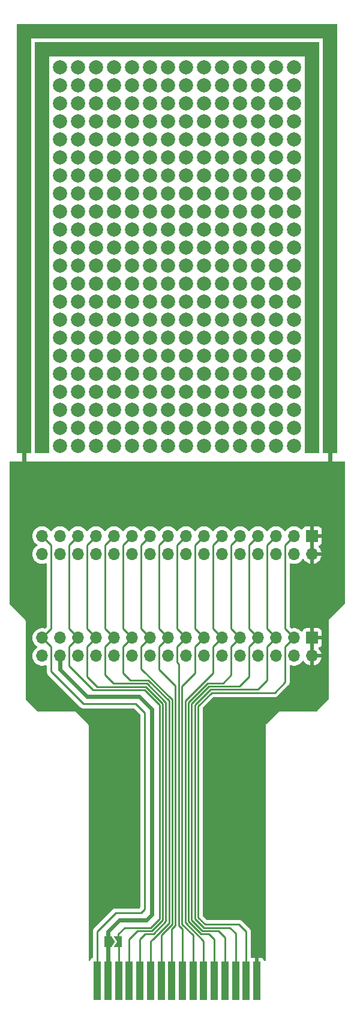
<source format=gbl>
%TF.GenerationSoftware,KiCad,Pcbnew,8.0.3-8.0.3-0~ubuntu24.04.1*%
%TF.CreationDate,2024-06-19T14:37:03-05:00*%
%TF.ProjectId,protopak64,70726f74-6f70-4616-9b36-342e6b696361,rev?*%
%TF.SameCoordinates,Original*%
%TF.FileFunction,Copper,L2,Bot*%
%TF.FilePolarity,Positive*%
%FSLAX46Y46*%
G04 Gerber Fmt 4.6, Leading zero omitted, Abs format (unit mm)*
G04 Created by KiCad (PCBNEW 8.0.3-8.0.3-0~ubuntu24.04.1) date 2024-06-19 14:37:03*
%MOMM*%
%LPD*%
G01*
G04 APERTURE LIST*
G04 Aperture macros list*
%AMFreePoly0*
4,1,6,1.000000,0.000000,0.500000,-0.750000,-0.500000,-0.750000,-0.500000,0.750000,0.500000,0.750000,1.000000,0.000000,1.000000,0.000000,$1*%
%AMFreePoly1*
4,1,6,0.500000,-0.750000,-0.650000,-0.750000,-0.150000,0.000000,-0.650000,0.750000,0.500000,0.750000,0.500000,-0.750000,0.500000,-0.750000,$1*%
G04 Aperture macros list end*
%TA.AperFunction,EtchedComponent*%
%ADD10C,0.000000*%
%TD*%
%TA.AperFunction,ComponentPad*%
%ADD11R,1.700000X1.700000*%
%TD*%
%TA.AperFunction,ComponentPad*%
%ADD12O,1.700000X1.700000*%
%TD*%
%TA.AperFunction,SMDPad,CuDef*%
%ADD13R,1.000000X5.400000*%
%TD*%
%TA.AperFunction,ComponentPad*%
%ADD14R,2.000000X2.000000*%
%TD*%
%TA.AperFunction,ComponentPad*%
%ADD15C,2.000000*%
%TD*%
%TA.AperFunction,SMDPad,CuDef*%
%ADD16FreePoly0,0.000000*%
%TD*%
%TA.AperFunction,SMDPad,CuDef*%
%ADD17FreePoly1,0.000000*%
%TD*%
%TA.AperFunction,ViaPad*%
%ADD18C,0.800000*%
%TD*%
%TA.AperFunction,Conductor*%
%ADD19C,0.600000*%
%TD*%
%TA.AperFunction,Conductor*%
%ADD20C,0.250000*%
%TD*%
G04 APERTURE END LIST*
D10*
%TA.AperFunction,EtchedComponent*%
G36*
X166354000Y-77708000D02*
G01*
X164354000Y-77708000D01*
X164354000Y-19288000D01*
X123174000Y-19288000D01*
X123174000Y-77708000D01*
X121174000Y-77708000D01*
X121174000Y-17288000D01*
X166354000Y-17288000D01*
X166354000Y-77708000D01*
G37*
%TD.AperFunction*%
%TA.AperFunction,EtchedComponent*%
G36*
X163814000Y-77708000D02*
G01*
X161814000Y-77708000D01*
X161814000Y-21828000D01*
X125714000Y-21828000D01*
X125714000Y-77708000D01*
X123714000Y-77708000D01*
X123714000Y-19828000D01*
X163814000Y-19828000D01*
X163814000Y-77708000D01*
G37*
%TD.AperFunction*%
D11*
X162814000Y-89408000D03*
D12*
X162814000Y-91948000D03*
X160274000Y-89408000D03*
X160274000Y-91948000D03*
X157734000Y-89408000D03*
X157734000Y-91948000D03*
X155194000Y-89408000D03*
X155194000Y-91948000D03*
X152654000Y-89408000D03*
X152654000Y-91948000D03*
X150114000Y-89408000D03*
X150114000Y-91948000D03*
X147574000Y-89408000D03*
X147574000Y-91948000D03*
X145034000Y-89408000D03*
X145034000Y-91948000D03*
X142494000Y-89408000D03*
X142494000Y-91948000D03*
X139954000Y-89408000D03*
X139954000Y-91948000D03*
X137414000Y-89408000D03*
X137414000Y-91948000D03*
X134874000Y-89408000D03*
X134874000Y-91948000D03*
X132334000Y-89408000D03*
X132334000Y-91948000D03*
X129794000Y-89408000D03*
X129794000Y-91948000D03*
X127254000Y-89408000D03*
X127254000Y-91948000D03*
X124714000Y-89408000D03*
X124714000Y-91948000D03*
D11*
X162814000Y-103754000D03*
D12*
X162814000Y-106294000D03*
X160274000Y-103754000D03*
X160274000Y-106294000D03*
X157734000Y-103754000D03*
X157734000Y-106294000D03*
X155194000Y-103754000D03*
X155194000Y-106294000D03*
X152654000Y-103754000D03*
X152654000Y-106294000D03*
X150114000Y-103754000D03*
X150114000Y-106294000D03*
X147574000Y-103754000D03*
X147574000Y-106294000D03*
X145034000Y-103754000D03*
X145034000Y-106294000D03*
X142494000Y-103754000D03*
X142494000Y-106294000D03*
X139954000Y-103754000D03*
X139954000Y-106294000D03*
X137414000Y-103754000D03*
X137414000Y-106294000D03*
X134874000Y-103754000D03*
X134874000Y-106294000D03*
X132334000Y-103754000D03*
X132334000Y-106294000D03*
X129794000Y-103754000D03*
X129794000Y-106294000D03*
X127254000Y-103754000D03*
X127254000Y-106294000D03*
X124714000Y-103754000D03*
X124714000Y-106294000D03*
D13*
X155014000Y-152019000D03*
X153514000Y-152019000D03*
X152014000Y-152019000D03*
X150514000Y-152019000D03*
X149014000Y-152019000D03*
X147514000Y-152019000D03*
X146014000Y-152019000D03*
X144514000Y-152019000D03*
X143014000Y-152019000D03*
X141514000Y-152019000D03*
X140014000Y-152019000D03*
X138514000Y-152019000D03*
X137014000Y-152019000D03*
X135514000Y-152019000D03*
X134014000Y-152019000D03*
X132514000Y-152019000D03*
D14*
X122174000Y-18288000D03*
X124714000Y-18288000D03*
X127254000Y-18288000D03*
X129794000Y-18288000D03*
X132334000Y-18288000D03*
X134874000Y-18288000D03*
X137414000Y-18288000D03*
X139954000Y-18288000D03*
X142494000Y-18288000D03*
X145034000Y-18288000D03*
X147574000Y-18288000D03*
X150114000Y-18288000D03*
X152654000Y-18288000D03*
X155194000Y-18288000D03*
X157734000Y-18288000D03*
X160274000Y-18288000D03*
X162814000Y-18288000D03*
X165354000Y-18288000D03*
X122174000Y-20828000D03*
X124714000Y-20828000D03*
X127254000Y-20828000D03*
X129794000Y-20828000D03*
X132334000Y-20828000D03*
X134874000Y-20828000D03*
X137414000Y-20828000D03*
X139954000Y-20828000D03*
X142494000Y-20828000D03*
X145034000Y-20828000D03*
X147574000Y-20828000D03*
X150114000Y-20828000D03*
X152654000Y-20828000D03*
X155194000Y-20828000D03*
X157734000Y-20828000D03*
X160274000Y-20828000D03*
X162814000Y-20828000D03*
X165354000Y-20828000D03*
X122174000Y-23368000D03*
X124714000Y-23368000D03*
D15*
X127254000Y-23368000D03*
X129794000Y-23368000D03*
X132334000Y-23368000D03*
X134874000Y-23368000D03*
X137414000Y-23368000D03*
X139954000Y-23368000D03*
X142494000Y-23368000D03*
X145034000Y-23368000D03*
X147574000Y-23368000D03*
X150114000Y-23368000D03*
X152654000Y-23368000D03*
X155194000Y-23368000D03*
X157734000Y-23368000D03*
X160274000Y-23368000D03*
D14*
X162814000Y-23368000D03*
X165354000Y-23368000D03*
X122174000Y-25908000D03*
X124714000Y-25908000D03*
D15*
X127254000Y-25908000D03*
X129794000Y-25908000D03*
X132334000Y-25908000D03*
X134874000Y-25908000D03*
X137414000Y-25908000D03*
X139954000Y-25908000D03*
X142494000Y-25908000D03*
X145034000Y-25908000D03*
X147574000Y-25908000D03*
X150114000Y-25908000D03*
X152654000Y-25908000D03*
X155194000Y-25908000D03*
X157734000Y-25908000D03*
X160274000Y-25908000D03*
D14*
X162814000Y-25908000D03*
X165354000Y-25908000D03*
X122174000Y-28448000D03*
X124714000Y-28448000D03*
D15*
X127254000Y-28448000D03*
X129794000Y-28448000D03*
X132334000Y-28448000D03*
X134874000Y-28448000D03*
X137414000Y-28448000D03*
X139954000Y-28448000D03*
X142494000Y-28448000D03*
X145034000Y-28448000D03*
X147574000Y-28448000D03*
X150114000Y-28448000D03*
X152654000Y-28448000D03*
X155194000Y-28448000D03*
X157734000Y-28448000D03*
X160274000Y-28448000D03*
D14*
X162814000Y-28448000D03*
X165354000Y-28448000D03*
X122174000Y-30988000D03*
X124714000Y-30988000D03*
D15*
X127254000Y-30988000D03*
X129794000Y-30988000D03*
X132334000Y-30988000D03*
X134874000Y-30988000D03*
X137414000Y-30988000D03*
X139954000Y-30988000D03*
X142494000Y-30988000D03*
X145034000Y-30988000D03*
X147574000Y-30988000D03*
X150114000Y-30988000D03*
X152654000Y-30988000D03*
X155194000Y-30988000D03*
X157734000Y-30988000D03*
X160274000Y-30988000D03*
D14*
X162814000Y-30988000D03*
X165354000Y-30988000D03*
X122174000Y-33528000D03*
X124714000Y-33528000D03*
D15*
X127254000Y-33528000D03*
X129794000Y-33528000D03*
X132334000Y-33528000D03*
X134874000Y-33528000D03*
X137414000Y-33528000D03*
X139954000Y-33528000D03*
X142494000Y-33528000D03*
X145034000Y-33528000D03*
X147574000Y-33528000D03*
X150114000Y-33528000D03*
X152654000Y-33528000D03*
X155194000Y-33528000D03*
X157734000Y-33528000D03*
X160274000Y-33528000D03*
D14*
X162814000Y-33528000D03*
X165354000Y-33528000D03*
X122174000Y-36068000D03*
X124714000Y-36068000D03*
D15*
X127254000Y-36068000D03*
X129794000Y-36068000D03*
X132334000Y-36068000D03*
X134874000Y-36068000D03*
X137414000Y-36068000D03*
X139954000Y-36068000D03*
X142494000Y-36068000D03*
X145034000Y-36068000D03*
X147574000Y-36068000D03*
X150114000Y-36068000D03*
X152654000Y-36068000D03*
X155194000Y-36068000D03*
X157734000Y-36068000D03*
X160274000Y-36068000D03*
D14*
X162814000Y-36068000D03*
X165354000Y-36068000D03*
X122174000Y-38608000D03*
X124714000Y-38608000D03*
D15*
X127254000Y-38608000D03*
X129794000Y-38608000D03*
X132334000Y-38608000D03*
X134874000Y-38608000D03*
X137414000Y-38608000D03*
X139954000Y-38608000D03*
X142494000Y-38608000D03*
X145034000Y-38608000D03*
X147574000Y-38608000D03*
X150114000Y-38608000D03*
X152654000Y-38608000D03*
X155194000Y-38608000D03*
X157734000Y-38608000D03*
X160274000Y-38608000D03*
D14*
X162814000Y-38608000D03*
X165354000Y-38608000D03*
X122174000Y-41148000D03*
X124714000Y-41148000D03*
D15*
X127254000Y-41148000D03*
X129794000Y-41148000D03*
X132334000Y-41148000D03*
X134874000Y-41148000D03*
X137414000Y-41148000D03*
X139954000Y-41148000D03*
X142494000Y-41148000D03*
X145034000Y-41148000D03*
X147574000Y-41148000D03*
X150114000Y-41148000D03*
X152654000Y-41148000D03*
X155194000Y-41148000D03*
X157734000Y-41148000D03*
X160274000Y-41148000D03*
D14*
X162814000Y-41148000D03*
X165354000Y-41148000D03*
X122174000Y-43688000D03*
X124714000Y-43688000D03*
D15*
X127254000Y-43688000D03*
X129794000Y-43688000D03*
X132334000Y-43688000D03*
X134874000Y-43688000D03*
X137414000Y-43688000D03*
X139954000Y-43688000D03*
X142494000Y-43688000D03*
X145034000Y-43688000D03*
X147574000Y-43688000D03*
X150114000Y-43688000D03*
X152654000Y-43688000D03*
X155194000Y-43688000D03*
X157734000Y-43688000D03*
X160274000Y-43688000D03*
D14*
X162814000Y-43688000D03*
X165354000Y-43688000D03*
X122174000Y-46228000D03*
X124714000Y-46228000D03*
D15*
X127254000Y-46228000D03*
X129794000Y-46228000D03*
X132334000Y-46228000D03*
X134874000Y-46228000D03*
X137414000Y-46228000D03*
X139954000Y-46228000D03*
X142494000Y-46228000D03*
X145034000Y-46228000D03*
X147574000Y-46228000D03*
X150114000Y-46228000D03*
X152654000Y-46228000D03*
X155194000Y-46228000D03*
X157734000Y-46228000D03*
X160274000Y-46228000D03*
D14*
X162814000Y-46228000D03*
X165354000Y-46228000D03*
X122174000Y-48768000D03*
X124714000Y-48768000D03*
D15*
X127254000Y-48768000D03*
X129794000Y-48768000D03*
X132334000Y-48768000D03*
X134874000Y-48768000D03*
X137414000Y-48768000D03*
X139954000Y-48768000D03*
X142494000Y-48768000D03*
X145034000Y-48768000D03*
X147574000Y-48768000D03*
X150114000Y-48768000D03*
X152654000Y-48768000D03*
X155194000Y-48768000D03*
X157734000Y-48768000D03*
X160274000Y-48768000D03*
D14*
X162814000Y-48768000D03*
X165354000Y-48768000D03*
X122174000Y-51308000D03*
X124714000Y-51308000D03*
D15*
X127254000Y-51308000D03*
X129794000Y-51308000D03*
X132334000Y-51308000D03*
X134874000Y-51308000D03*
X137414000Y-51308000D03*
X139954000Y-51308000D03*
X142494000Y-51308000D03*
X145034000Y-51308000D03*
X147574000Y-51308000D03*
X150114000Y-51308000D03*
X152654000Y-51308000D03*
X155194000Y-51308000D03*
X157734000Y-51308000D03*
X160274000Y-51308000D03*
D14*
X162814000Y-51308000D03*
X165354000Y-51308000D03*
X122174000Y-53848000D03*
X124714000Y-53848000D03*
D15*
X127254000Y-53848000D03*
X129794000Y-53848000D03*
X132334000Y-53848000D03*
X134874000Y-53848000D03*
X137414000Y-53848000D03*
X139954000Y-53848000D03*
X142494000Y-53848000D03*
X145034000Y-53848000D03*
X147574000Y-53848000D03*
X150114000Y-53848000D03*
X152654000Y-53848000D03*
X155194000Y-53848000D03*
X157734000Y-53848000D03*
X160274000Y-53848000D03*
D14*
X162814000Y-53848000D03*
X165354000Y-53848000D03*
X122174000Y-56388000D03*
X124714000Y-56388000D03*
D15*
X127254000Y-56388000D03*
X129794000Y-56388000D03*
X132334000Y-56388000D03*
X134874000Y-56388000D03*
X137414000Y-56388000D03*
X139954000Y-56388000D03*
X142494000Y-56388000D03*
X145034000Y-56388000D03*
X147574000Y-56388000D03*
X150114000Y-56388000D03*
X152654000Y-56388000D03*
X155194000Y-56388000D03*
X157734000Y-56388000D03*
X160274000Y-56388000D03*
D14*
X162814000Y-56388000D03*
X165354000Y-56388000D03*
X122174000Y-58928000D03*
X124714000Y-58928000D03*
D15*
X127254000Y-58928000D03*
X129794000Y-58928000D03*
X132334000Y-58928000D03*
X134874000Y-58928000D03*
X137414000Y-58928000D03*
X139954000Y-58928000D03*
X142494000Y-58928000D03*
X145034000Y-58928000D03*
X147574000Y-58928000D03*
X150114000Y-58928000D03*
X152654000Y-58928000D03*
X155194000Y-58928000D03*
X157734000Y-58928000D03*
X160274000Y-58928000D03*
D14*
X162814000Y-58928000D03*
X165354000Y-58928000D03*
X122174000Y-61468000D03*
X124714000Y-61468000D03*
D15*
X127254000Y-61468000D03*
X129794000Y-61468000D03*
X132334000Y-61468000D03*
X134874000Y-61468000D03*
X137414000Y-61468000D03*
X139954000Y-61468000D03*
X142494000Y-61468000D03*
X145034000Y-61468000D03*
X147574000Y-61468000D03*
X150114000Y-61468000D03*
X152654000Y-61468000D03*
X155194000Y-61468000D03*
X157734000Y-61468000D03*
X160274000Y-61468000D03*
D14*
X162814000Y-61468000D03*
X165354000Y-61468000D03*
X122174000Y-64008000D03*
X124714000Y-64008000D03*
D15*
X127254000Y-64008000D03*
X129794000Y-64008000D03*
X132334000Y-64008000D03*
X134874000Y-64008000D03*
X137414000Y-64008000D03*
X139954000Y-64008000D03*
X142494000Y-64008000D03*
X145034000Y-64008000D03*
X147574000Y-64008000D03*
X150114000Y-64008000D03*
X152654000Y-64008000D03*
X155194000Y-64008000D03*
X157734000Y-64008000D03*
X160274000Y-64008000D03*
D14*
X162814000Y-64008000D03*
X165354000Y-64008000D03*
X122174000Y-66548000D03*
X124714000Y-66548000D03*
D15*
X127254000Y-66548000D03*
X129794000Y-66548000D03*
X132334000Y-66548000D03*
X134874000Y-66548000D03*
X137414000Y-66548000D03*
X139954000Y-66548000D03*
X142494000Y-66548000D03*
X145034000Y-66548000D03*
X147574000Y-66548000D03*
X150114000Y-66548000D03*
X152654000Y-66548000D03*
X155194000Y-66548000D03*
X157734000Y-66548000D03*
X160274000Y-66548000D03*
D14*
X162814000Y-66548000D03*
X165354000Y-66548000D03*
X122174000Y-69088000D03*
X124714000Y-69088000D03*
D15*
X127254000Y-69088000D03*
X129794000Y-69088000D03*
X132334000Y-69088000D03*
X134874000Y-69088000D03*
X137414000Y-69088000D03*
X139954000Y-69088000D03*
X142494000Y-69088000D03*
X145034000Y-69088000D03*
X147574000Y-69088000D03*
X150114000Y-69088000D03*
X152654000Y-69088000D03*
X155194000Y-69088000D03*
X157734000Y-69088000D03*
X160274000Y-69088000D03*
D14*
X162814000Y-69088000D03*
X165354000Y-69088000D03*
X122174000Y-71628000D03*
X124714000Y-71628000D03*
D15*
X127254000Y-71628000D03*
X129794000Y-71628000D03*
X132334000Y-71628000D03*
X134874000Y-71628000D03*
X137414000Y-71628000D03*
X139954000Y-71628000D03*
X142494000Y-71628000D03*
X145034000Y-71628000D03*
X147574000Y-71628000D03*
X150114000Y-71628000D03*
X152654000Y-71628000D03*
X155194000Y-71628000D03*
X157734000Y-71628000D03*
X160274000Y-71628000D03*
D14*
X162814000Y-71628000D03*
X165354000Y-71628000D03*
X122174000Y-74168000D03*
X124714000Y-74168000D03*
D15*
X127254000Y-74168000D03*
X129794000Y-74168000D03*
X132334000Y-74168000D03*
X134874000Y-74168000D03*
X137414000Y-74168000D03*
X139954000Y-74168000D03*
X142494000Y-74168000D03*
X145034000Y-74168000D03*
X147574000Y-74168000D03*
X150114000Y-74168000D03*
X152654000Y-74168000D03*
X155194000Y-74168000D03*
X157734000Y-74168000D03*
X160274000Y-74168000D03*
D14*
X162814000Y-74168000D03*
X165354000Y-74168000D03*
X122174000Y-76708000D03*
X124714000Y-76708000D03*
D15*
X127254000Y-76708000D03*
X129794000Y-76708000D03*
X132334000Y-76708000D03*
X134874000Y-76708000D03*
X137414000Y-76708000D03*
X139954000Y-76708000D03*
X142494000Y-76708000D03*
X145034000Y-76708000D03*
X147574000Y-76708000D03*
X150114000Y-76708000D03*
X152654000Y-76708000D03*
X155194000Y-76708000D03*
X157734000Y-76708000D03*
X160274000Y-76708000D03*
D14*
X162814000Y-76708000D03*
X165354000Y-76708000D03*
D16*
X134022000Y-146558000D03*
D17*
X135472000Y-146558000D03*
D18*
X155014000Y-148156000D03*
D19*
X122174000Y-76708000D02*
X122174000Y-80010000D01*
X165354000Y-76708000D02*
X165354000Y-80264000D01*
D20*
X157523061Y-111462939D02*
X159004000Y-109982000D01*
X153514000Y-152019000D02*
X153514000Y-145132000D01*
X146715120Y-143128282D02*
X146715120Y-113385188D01*
X146715120Y-113385188D02*
X148637369Y-111462939D01*
X160274000Y-103754000D02*
X159004000Y-102484000D01*
X148637369Y-111462939D02*
X157523061Y-111462939D01*
X147711758Y-144124920D02*
X146715120Y-143128282D01*
X152506920Y-144124920D02*
X147711758Y-144124920D01*
X159004000Y-109982000D02*
X159004000Y-105024000D01*
X159004000Y-90678000D02*
X160274000Y-89408000D01*
X153514000Y-145132000D02*
X152506920Y-144124920D01*
X159004000Y-102484000D02*
X159004000Y-90678000D01*
X159004000Y-105024000D02*
X160274000Y-103754000D01*
X146265600Y-143314480D02*
X146265600Y-113198990D01*
X152014000Y-152019000D02*
X152014000Y-145410000D01*
X156464000Y-109728000D02*
X156464000Y-105024000D01*
X146265600Y-113198990D02*
X148451171Y-111013419D01*
X148451171Y-111013419D02*
X155178581Y-111013419D01*
X151178440Y-144574440D02*
X147525560Y-144574440D01*
X156464000Y-105024000D02*
X157734000Y-103754000D01*
X152014000Y-145410000D02*
X151178440Y-144574440D01*
X147525560Y-144574440D02*
X146265600Y-143314480D01*
X156464000Y-90678000D02*
X157734000Y-89408000D01*
X157734000Y-103754000D02*
X156464000Y-102484000D01*
X155178581Y-111013419D02*
X156464000Y-109728000D01*
X156464000Y-102484000D02*
X156464000Y-90678000D01*
X145816080Y-113012792D02*
X148264973Y-110563899D01*
X153924000Y-90678000D02*
X155194000Y-89408000D01*
X152580101Y-110563899D02*
X153924000Y-109220000D01*
X147339362Y-145023960D02*
X145816080Y-143500678D01*
X153924000Y-102484000D02*
X153924000Y-90678000D01*
X153924000Y-105024000D02*
X155194000Y-103754000D01*
X150514000Y-152019000D02*
X150514000Y-145942000D01*
X153924000Y-109220000D02*
X153924000Y-105024000D01*
X155194000Y-103754000D02*
X153924000Y-102484000D01*
X150514000Y-145942000D02*
X149595960Y-145023960D01*
X148264973Y-110563899D02*
X152580101Y-110563899D01*
X149595960Y-145023960D02*
X147339362Y-145023960D01*
X145816080Y-143500678D02*
X145816080Y-113012792D01*
X145366560Y-112826594D02*
X148078775Y-110114379D01*
X151384000Y-105024000D02*
X152654000Y-103754000D01*
X151384000Y-90678000D02*
X152654000Y-89408000D01*
X149014000Y-146220000D02*
X148267480Y-145473480D01*
X152654000Y-103754000D02*
X151384000Y-102484000D01*
X151384000Y-108966000D02*
X151384000Y-105024000D01*
X145366560Y-143686875D02*
X145366560Y-112826594D01*
X147153165Y-145473480D02*
X145366560Y-143686875D01*
X150235621Y-110114379D02*
X151384000Y-108966000D01*
X149014000Y-152019000D02*
X149014000Y-146220000D01*
X148267480Y-145473480D02*
X147153165Y-145473480D01*
X151384000Y-102484000D02*
X151384000Y-90678000D01*
X148078775Y-110114379D02*
X150235621Y-110114379D01*
X148844000Y-108713436D02*
X148844000Y-105024000D01*
X148844000Y-105024000D02*
X150114000Y-103754000D01*
X148844000Y-90678000D02*
X150114000Y-89408000D01*
X144917040Y-143873073D02*
X144917040Y-112640396D01*
X148844000Y-102484000D02*
X148844000Y-90678000D01*
X150114000Y-103754000D02*
X148844000Y-102484000D01*
X147514000Y-152019000D02*
X147514000Y-146470033D01*
X147514000Y-146470033D02*
X144917040Y-143873073D01*
X144917040Y-112640396D02*
X148844000Y-108713436D01*
X146304000Y-108712000D02*
X146304000Y-105024000D01*
X146304000Y-90678000D02*
X147574000Y-89408000D01*
X146014000Y-152019000D02*
X146014000Y-145605751D01*
X147574000Y-103754000D02*
X146304000Y-102484000D01*
X146304000Y-105024000D02*
X147574000Y-103754000D01*
X146304000Y-102484000D02*
X146304000Y-90678000D01*
X146014000Y-145605751D02*
X144467520Y-144059271D01*
X144467520Y-110548480D02*
X146304000Y-108712000D01*
X144467520Y-144059271D02*
X144467520Y-110548480D01*
X144018000Y-144245469D02*
X144018000Y-107442000D01*
X144514000Y-144741469D02*
X144018000Y-144245469D01*
X143764000Y-105024000D02*
X145034000Y-103754000D01*
X143764000Y-90678000D02*
X145034000Y-89408000D01*
X144514000Y-152019000D02*
X144514000Y-144741469D01*
X144018000Y-107442000D02*
X143764000Y-107188000D01*
X143764000Y-107188000D02*
X143764000Y-105024000D01*
X143764000Y-102484000D02*
X143764000Y-90678000D01*
X145034000Y-103754000D02*
X143764000Y-102484000D01*
X143510000Y-144276308D02*
X143510000Y-110490000D01*
X141224000Y-102484000D02*
X141224000Y-90678000D01*
X143014000Y-152019000D02*
X143014000Y-144772308D01*
X141224000Y-90678000D02*
X142494000Y-89408000D01*
X143510000Y-110490000D02*
X141224000Y-108204000D01*
X141224000Y-108204000D02*
X141224000Y-105024000D01*
X142494000Y-103754000D02*
X141224000Y-102484000D01*
X143014000Y-144772308D02*
X143510000Y-144276308D01*
X141224000Y-105024000D02*
X142494000Y-103754000D01*
X143060480Y-112454198D02*
X143060480Y-144090110D01*
X138684000Y-102484000D02*
X138684000Y-90678000D01*
X138684000Y-90678000D02*
X139954000Y-89408000D01*
X138684000Y-108077718D02*
X143060480Y-112454198D01*
X143060480Y-144090110D02*
X141514000Y-145636590D01*
X139954000Y-103754000D02*
X138684000Y-102484000D01*
X141514000Y-145636590D02*
X141514000Y-152019000D01*
X139954000Y-103754000D02*
X138684000Y-105024000D01*
X138684000Y-105024000D02*
X138684000Y-108077718D01*
X142610960Y-143903912D02*
X142610960Y-112640396D01*
X142610960Y-112640396D02*
X139698564Y-109728000D01*
X136144000Y-90678000D02*
X137414000Y-89408000D01*
X140335000Y-146177000D02*
X140337872Y-146177000D01*
X136144000Y-108712000D02*
X136144000Y-105024000D01*
X136144000Y-102484000D02*
X136144000Y-90678000D01*
X140014000Y-152019000D02*
X140014000Y-146498000D01*
X137414000Y-103754000D02*
X136144000Y-102484000D01*
X140337872Y-146177000D02*
X142610960Y-143903912D01*
X139698564Y-109728000D02*
X137160000Y-109728000D01*
X137160000Y-109728000D02*
X136144000Y-108712000D01*
X140014000Y-146498000D02*
X140335000Y-146177000D01*
X136144000Y-105024000D02*
X137414000Y-103754000D01*
X133604000Y-108966000D02*
X133604000Y-105024000D01*
X133604000Y-90678000D02*
X134874000Y-89408000D01*
X133604000Y-105024000D02*
X134874000Y-103754000D01*
X139261237Y-145472763D02*
X140406391Y-145472763D01*
X139512366Y-110177520D02*
X134815520Y-110177520D01*
X142161440Y-143717714D02*
X142161440Y-112826594D01*
X134874000Y-103754000D02*
X133604000Y-102484000D01*
X138514000Y-152019000D02*
X138514000Y-146220000D01*
X140406391Y-145472763D02*
X142161440Y-143717714D01*
X133604000Y-102484000D02*
X133604000Y-90678000D01*
X138514000Y-146220000D02*
X139261237Y-145472763D01*
X142161440Y-112826594D02*
X139512366Y-110177520D01*
X134815520Y-110177520D02*
X133604000Y-108966000D01*
X131064000Y-109220000D02*
X131064000Y-105024000D01*
X137014000Y-146196000D02*
X138186757Y-145023243D01*
X131064000Y-105024000D02*
X132334000Y-103754000D01*
X137014000Y-152019000D02*
X137014000Y-146196000D01*
X140220193Y-145023243D02*
X141711920Y-143531516D01*
X141711920Y-143531516D02*
X141711920Y-113012792D01*
X131064000Y-90678000D02*
X132334000Y-89408000D01*
X131064000Y-102484000D02*
X131064000Y-90678000D01*
X141711920Y-113012792D02*
X139326168Y-110627040D01*
X132334000Y-103754000D02*
X131064000Y-102484000D01*
X139326168Y-110627040D02*
X132471040Y-110627040D01*
X138186757Y-145023243D02*
X140220193Y-145023243D01*
X132471040Y-110627040D02*
X131064000Y-109220000D01*
X135514000Y-152019000D02*
X135514000Y-146600000D01*
X135514000Y-146600000D02*
X135472000Y-146558000D01*
X141262400Y-143345318D02*
X141262400Y-113198990D01*
X140033995Y-144573723D02*
X141262400Y-143345318D01*
X141262400Y-113198990D02*
X139139970Y-111076560D01*
X135472000Y-145452000D02*
X136350277Y-144573723D01*
X128524000Y-107696000D02*
X128524000Y-105024000D01*
X129794000Y-103754000D02*
X128524000Y-102484000D01*
X128524000Y-90678000D02*
X129794000Y-89408000D01*
X139139970Y-111076560D02*
X131904560Y-111076560D01*
X135472000Y-146558000D02*
X135472000Y-145452000D01*
X128524000Y-102484000D02*
X128524000Y-90678000D01*
X136350277Y-144573723D02*
X140033995Y-144573723D01*
X131904560Y-111076560D02*
X128524000Y-107696000D01*
X128524000Y-105024000D02*
X129794000Y-103754000D01*
D19*
X127254000Y-108204000D02*
X127254000Y-106294000D01*
X138430000Y-112014000D02*
X131064000Y-112014000D01*
X140208000Y-142748000D02*
X140208000Y-113792000D01*
X135636000Y-143510000D02*
X139446000Y-143510000D01*
X131064000Y-112014000D02*
X127254000Y-108204000D01*
X134014000Y-146566000D02*
X134022000Y-146558000D01*
X134014000Y-152019000D02*
X134014000Y-146566000D01*
X139446000Y-143510000D02*
X140208000Y-142748000D01*
X134022000Y-145124000D02*
X135636000Y-143510000D01*
X140208000Y-113792000D02*
X138430000Y-112014000D01*
X134022000Y-146558000D02*
X134022000Y-145124000D01*
D20*
X125984000Y-90678000D02*
X124714000Y-89408000D01*
X135128000Y-142494000D02*
X138684000Y-142494000D01*
X139192000Y-114300000D02*
X137922000Y-113030000D01*
X125984000Y-102484000D02*
X125984000Y-90678000D01*
X132514000Y-152019000D02*
X132514000Y-145108000D01*
X124714000Y-103754000D02*
X125984000Y-102484000D01*
X138684000Y-142494000D02*
X139192000Y-141986000D01*
X132514000Y-145108000D02*
X135128000Y-142494000D01*
X137922000Y-113030000D02*
X130556000Y-113030000D01*
X130556000Y-113030000D02*
X125984000Y-108458000D01*
X125984000Y-105024000D02*
X124714000Y-103754000D01*
X139192000Y-141986000D02*
X139192000Y-114300000D01*
X125984000Y-108458000D02*
X125984000Y-105024000D01*
%TA.AperFunction,Conductor*%
G36*
X167381621Y-78887002D02*
G01*
X167428114Y-78940658D01*
X167439500Y-78993000D01*
X167439500Y-98924760D01*
X167419498Y-98992881D01*
X167402595Y-99013855D01*
X165240426Y-101176024D01*
X165212225Y-101204225D01*
X165184024Y-101232425D01*
X165184023Y-101232426D01*
X165153500Y-101306117D01*
X165153500Y-112386760D01*
X165133498Y-112454881D01*
X165116595Y-112475855D01*
X163529855Y-114062595D01*
X163467543Y-114096621D01*
X163440760Y-114099500D01*
X158202118Y-114099500D01*
X158128426Y-114130023D01*
X158128422Y-114130026D01*
X156350426Y-115908024D01*
X156322225Y-115936225D01*
X156294024Y-115964425D01*
X156294023Y-115964426D01*
X156263500Y-116038117D01*
X156263500Y-149178316D01*
X156243498Y-149246437D01*
X156189842Y-149292930D01*
X156119568Y-149303034D01*
X156054988Y-149273540D01*
X156018724Y-149217113D01*
X156018249Y-149217291D01*
X156017433Y-149215104D01*
X156016604Y-149213814D01*
X156015751Y-149210594D01*
X155964444Y-149073035D01*
X155964444Y-149073034D01*
X155876904Y-148956095D01*
X155759965Y-148868555D01*
X155623093Y-148817505D01*
X155562597Y-148811000D01*
X155268000Y-148811000D01*
X155268000Y-149352000D01*
X154760000Y-149352000D01*
X154760000Y-148811000D01*
X154465402Y-148811000D01*
X154404905Y-148817505D01*
X154317532Y-148850094D01*
X154246716Y-148855158D01*
X154184404Y-148821133D01*
X154150379Y-148758821D01*
X154147500Y-148732038D01*
X154147500Y-145069607D01*
X154147499Y-145069603D01*
X154142726Y-145045606D01*
X154123155Y-144947215D01*
X154075400Y-144831925D01*
X154006071Y-144728167D01*
X153917833Y-144639929D01*
X152910753Y-143632849D01*
X152806995Y-143563520D01*
X152691705Y-143515765D01*
X152618006Y-143501105D01*
X152569316Y-143491420D01*
X152569314Y-143491420D01*
X148026352Y-143491420D01*
X147958231Y-143471418D01*
X147937257Y-143454515D01*
X147385525Y-142902783D01*
X147351499Y-142840471D01*
X147348620Y-142813688D01*
X147348620Y-113699782D01*
X147368622Y-113631661D01*
X147385525Y-113610687D01*
X148862869Y-112133344D01*
X148925181Y-112099318D01*
X148951964Y-112096439D01*
X157585454Y-112096439D01*
X157585455Y-112096439D01*
X157707846Y-112072094D01*
X157823136Y-112024339D01*
X157926894Y-111955010D01*
X159496071Y-110385833D01*
X159565400Y-110282075D01*
X159613155Y-110166785D01*
X159637500Y-110044394D01*
X159637500Y-109919606D01*
X159637500Y-107688287D01*
X159657502Y-107620166D01*
X159711158Y-107573673D01*
X159781432Y-107563569D01*
X159804406Y-107569112D01*
X159939365Y-107615444D01*
X160161431Y-107652500D01*
X160161435Y-107652500D01*
X160386565Y-107652500D01*
X160386569Y-107652500D01*
X160608635Y-107615444D01*
X160821574Y-107542342D01*
X161019576Y-107435189D01*
X161197240Y-107296906D01*
X161349722Y-107131268D01*
X161438816Y-106994898D01*
X161492819Y-106948810D01*
X161563167Y-106939235D01*
X161627524Y-106969212D01*
X161649782Y-106994898D01*
X161738674Y-107130958D01*
X161891097Y-107296534D01*
X162068698Y-107434767D01*
X162068699Y-107434768D01*
X162266628Y-107541882D01*
X162266630Y-107541883D01*
X162479483Y-107614955D01*
X162479492Y-107614957D01*
X162560000Y-107628391D01*
X162560000Y-106724702D01*
X162621007Y-106759925D01*
X162748174Y-106794000D01*
X162879826Y-106794000D01*
X163006993Y-106759925D01*
X163068000Y-106724702D01*
X163068000Y-107628390D01*
X163148507Y-107614957D01*
X163148516Y-107614955D01*
X163361369Y-107541883D01*
X163361371Y-107541882D01*
X163559300Y-107434768D01*
X163559301Y-107434767D01*
X163736902Y-107296534D01*
X163889325Y-107130958D01*
X164012419Y-106942548D01*
X164102820Y-106736456D01*
X164102823Y-106736449D01*
X164150544Y-106548000D01*
X163244703Y-106548000D01*
X163279925Y-106486993D01*
X163314000Y-106359826D01*
X163314000Y-106228174D01*
X163279925Y-106101007D01*
X163244703Y-106040000D01*
X164150544Y-106040000D01*
X164150544Y-106039999D01*
X164102823Y-105851550D01*
X164102820Y-105851543D01*
X164012419Y-105645451D01*
X163889325Y-105457041D01*
X163745652Y-105300969D01*
X163714232Y-105237304D01*
X163722219Y-105166758D01*
X163767079Y-105111729D01*
X163794322Y-105097576D01*
X163909965Y-105054444D01*
X164026904Y-104966904D01*
X164114444Y-104849965D01*
X164114444Y-104849964D01*
X164165494Y-104713093D01*
X164171999Y-104652597D01*
X164172000Y-104652585D01*
X164172000Y-104008000D01*
X163244703Y-104008000D01*
X163279925Y-103946993D01*
X163314000Y-103819826D01*
X163314000Y-103688174D01*
X163279925Y-103561007D01*
X163244703Y-103500000D01*
X164172000Y-103500000D01*
X164172000Y-102855414D01*
X164171999Y-102855402D01*
X164165494Y-102794906D01*
X164114444Y-102658035D01*
X164114444Y-102658034D01*
X164026904Y-102541095D01*
X163909965Y-102453555D01*
X163773093Y-102402505D01*
X163712597Y-102396000D01*
X163068000Y-102396000D01*
X163068000Y-103323297D01*
X163006993Y-103288075D01*
X162879826Y-103254000D01*
X162748174Y-103254000D01*
X162621007Y-103288075D01*
X162560000Y-103323297D01*
X162560000Y-102396000D01*
X161915402Y-102396000D01*
X161854906Y-102402505D01*
X161718035Y-102453555D01*
X161718034Y-102453555D01*
X161601095Y-102541095D01*
X161513555Y-102658034D01*
X161513553Y-102658039D01*
X161469380Y-102776470D01*
X161426833Y-102833306D01*
X161360313Y-102858116D01*
X161290939Y-102843024D01*
X161258626Y-102817777D01*
X161197240Y-102751094D01*
X161197239Y-102751093D01*
X161197237Y-102751091D01*
X161077679Y-102658035D01*
X161019576Y-102612811D01*
X160821574Y-102505658D01*
X160821572Y-102505657D01*
X160821571Y-102505656D01*
X160608639Y-102432557D01*
X160608630Y-102432555D01*
X160564476Y-102425187D01*
X160386569Y-102395500D01*
X160161431Y-102395500D01*
X160034664Y-102416653D01*
X159939356Y-102432557D01*
X159936227Y-102433350D01*
X159934905Y-102433300D01*
X159934224Y-102433414D01*
X159934200Y-102433273D01*
X159865281Y-102430681D01*
X159816204Y-102400300D01*
X159674405Y-102258501D01*
X159640379Y-102196189D01*
X159637500Y-102169406D01*
X159637500Y-93342287D01*
X159657502Y-93274166D01*
X159711158Y-93227673D01*
X159781432Y-93217569D01*
X159804406Y-93223112D01*
X159939365Y-93269444D01*
X160161431Y-93306500D01*
X160161435Y-93306500D01*
X160386565Y-93306500D01*
X160386569Y-93306500D01*
X160608635Y-93269444D01*
X160821574Y-93196342D01*
X161019576Y-93089189D01*
X161197240Y-92950906D01*
X161349722Y-92785268D01*
X161438816Y-92648898D01*
X161492819Y-92602810D01*
X161563167Y-92593235D01*
X161627524Y-92623212D01*
X161649782Y-92648898D01*
X161738674Y-92784958D01*
X161891097Y-92950534D01*
X162068698Y-93088767D01*
X162068699Y-93088768D01*
X162266628Y-93195882D01*
X162266630Y-93195883D01*
X162479483Y-93268955D01*
X162479492Y-93268957D01*
X162560000Y-93282391D01*
X162560000Y-92378702D01*
X162621007Y-92413925D01*
X162748174Y-92448000D01*
X162879826Y-92448000D01*
X163006993Y-92413925D01*
X163068000Y-92378702D01*
X163068000Y-93282390D01*
X163148507Y-93268957D01*
X163148516Y-93268955D01*
X163361369Y-93195883D01*
X163361371Y-93195882D01*
X163559300Y-93088768D01*
X163559301Y-93088767D01*
X163736902Y-92950534D01*
X163889325Y-92784958D01*
X164012419Y-92596548D01*
X164102820Y-92390456D01*
X164102823Y-92390449D01*
X164150544Y-92202000D01*
X163244703Y-92202000D01*
X163279925Y-92140993D01*
X163314000Y-92013826D01*
X163314000Y-91882174D01*
X163279925Y-91755007D01*
X163244703Y-91694000D01*
X164150544Y-91694000D01*
X164150544Y-91693999D01*
X164102823Y-91505550D01*
X164102820Y-91505543D01*
X164012419Y-91299451D01*
X163889325Y-91111041D01*
X163745652Y-90954969D01*
X163714232Y-90891304D01*
X163722219Y-90820758D01*
X163767079Y-90765729D01*
X163794322Y-90751576D01*
X163909965Y-90708444D01*
X164026904Y-90620904D01*
X164114444Y-90503965D01*
X164114444Y-90503964D01*
X164165494Y-90367093D01*
X164171999Y-90306597D01*
X164172000Y-90306585D01*
X164172000Y-89662000D01*
X163244703Y-89662000D01*
X163279925Y-89600993D01*
X163314000Y-89473826D01*
X163314000Y-89342174D01*
X163279925Y-89215007D01*
X163244703Y-89154000D01*
X164172000Y-89154000D01*
X164172000Y-88509414D01*
X164171999Y-88509402D01*
X164165494Y-88448906D01*
X164114444Y-88312035D01*
X164114444Y-88312034D01*
X164026904Y-88195095D01*
X163909965Y-88107555D01*
X163773093Y-88056505D01*
X163712597Y-88050000D01*
X163068000Y-88050000D01*
X163068000Y-88977297D01*
X163006993Y-88942075D01*
X162879826Y-88908000D01*
X162748174Y-88908000D01*
X162621007Y-88942075D01*
X162560000Y-88977297D01*
X162560000Y-88050000D01*
X161915402Y-88050000D01*
X161854906Y-88056505D01*
X161718035Y-88107555D01*
X161718034Y-88107555D01*
X161601095Y-88195095D01*
X161513555Y-88312034D01*
X161513553Y-88312039D01*
X161469380Y-88430470D01*
X161426833Y-88487306D01*
X161360313Y-88512116D01*
X161290939Y-88497024D01*
X161258626Y-88471777D01*
X161197240Y-88405094D01*
X161197239Y-88405093D01*
X161197237Y-88405091D01*
X161077679Y-88312035D01*
X161019576Y-88266811D01*
X160821574Y-88159658D01*
X160821572Y-88159657D01*
X160821571Y-88159656D01*
X160608639Y-88086557D01*
X160608630Y-88086555D01*
X160564476Y-88079187D01*
X160386569Y-88049500D01*
X160161431Y-88049500D01*
X160013211Y-88074233D01*
X159939369Y-88086555D01*
X159939360Y-88086557D01*
X159726428Y-88159656D01*
X159726426Y-88159658D01*
X159528426Y-88266810D01*
X159528424Y-88266811D01*
X159350762Y-88405091D01*
X159198279Y-88570729D01*
X159109483Y-88706643D01*
X159055479Y-88752731D01*
X158985131Y-88762306D01*
X158920774Y-88732329D01*
X158898517Y-88706643D01*
X158809720Y-88570729D01*
X158657237Y-88405091D01*
X158537679Y-88312035D01*
X158479576Y-88266811D01*
X158281574Y-88159658D01*
X158281572Y-88159657D01*
X158281571Y-88159656D01*
X158068639Y-88086557D01*
X158068630Y-88086555D01*
X158024476Y-88079187D01*
X157846569Y-88049500D01*
X157621431Y-88049500D01*
X157473211Y-88074233D01*
X157399369Y-88086555D01*
X157399360Y-88086557D01*
X157186428Y-88159656D01*
X157186426Y-88159658D01*
X156988426Y-88266810D01*
X156988424Y-88266811D01*
X156810762Y-88405091D01*
X156658279Y-88570729D01*
X156569483Y-88706643D01*
X156515479Y-88752731D01*
X156445131Y-88762306D01*
X156380774Y-88732329D01*
X156358517Y-88706643D01*
X156269720Y-88570729D01*
X156117237Y-88405091D01*
X155997679Y-88312035D01*
X155939576Y-88266811D01*
X155741574Y-88159658D01*
X155741572Y-88159657D01*
X155741571Y-88159656D01*
X155528639Y-88086557D01*
X155528630Y-88086555D01*
X155484476Y-88079187D01*
X155306569Y-88049500D01*
X155081431Y-88049500D01*
X154933211Y-88074233D01*
X154859369Y-88086555D01*
X154859360Y-88086557D01*
X154646428Y-88159656D01*
X154646426Y-88159658D01*
X154448426Y-88266810D01*
X154448424Y-88266811D01*
X154270762Y-88405091D01*
X154118279Y-88570729D01*
X154029483Y-88706643D01*
X153975479Y-88752731D01*
X153905131Y-88762306D01*
X153840774Y-88732329D01*
X153818517Y-88706643D01*
X153729720Y-88570729D01*
X153577237Y-88405091D01*
X153457679Y-88312035D01*
X153399576Y-88266811D01*
X153201574Y-88159658D01*
X153201572Y-88159657D01*
X153201571Y-88159656D01*
X152988639Y-88086557D01*
X152988630Y-88086555D01*
X152944476Y-88079187D01*
X152766569Y-88049500D01*
X152541431Y-88049500D01*
X152393211Y-88074233D01*
X152319369Y-88086555D01*
X152319360Y-88086557D01*
X152106428Y-88159656D01*
X152106426Y-88159658D01*
X151908426Y-88266810D01*
X151908424Y-88266811D01*
X151730762Y-88405091D01*
X151578279Y-88570729D01*
X151489483Y-88706643D01*
X151435479Y-88752731D01*
X151365131Y-88762306D01*
X151300774Y-88732329D01*
X151278517Y-88706643D01*
X151189720Y-88570729D01*
X151037237Y-88405091D01*
X150917679Y-88312035D01*
X150859576Y-88266811D01*
X150661574Y-88159658D01*
X150661572Y-88159657D01*
X150661571Y-88159656D01*
X150448639Y-88086557D01*
X150448630Y-88086555D01*
X150404476Y-88079187D01*
X150226569Y-88049500D01*
X150001431Y-88049500D01*
X149853211Y-88074233D01*
X149779369Y-88086555D01*
X149779360Y-88086557D01*
X149566428Y-88159656D01*
X149566426Y-88159658D01*
X149368426Y-88266810D01*
X149368424Y-88266811D01*
X149190762Y-88405091D01*
X149038279Y-88570729D01*
X148949483Y-88706643D01*
X148895479Y-88752731D01*
X148825131Y-88762306D01*
X148760774Y-88732329D01*
X148738517Y-88706643D01*
X148649720Y-88570729D01*
X148497237Y-88405091D01*
X148377679Y-88312035D01*
X148319576Y-88266811D01*
X148121574Y-88159658D01*
X148121572Y-88159657D01*
X148121571Y-88159656D01*
X147908639Y-88086557D01*
X147908630Y-88086555D01*
X147864476Y-88079187D01*
X147686569Y-88049500D01*
X147461431Y-88049500D01*
X147313211Y-88074233D01*
X147239369Y-88086555D01*
X147239360Y-88086557D01*
X147026428Y-88159656D01*
X147026426Y-88159658D01*
X146828426Y-88266810D01*
X146828424Y-88266811D01*
X146650762Y-88405091D01*
X146498279Y-88570729D01*
X146409483Y-88706643D01*
X146355479Y-88752731D01*
X146285131Y-88762306D01*
X146220774Y-88732329D01*
X146198517Y-88706643D01*
X146109720Y-88570729D01*
X145957237Y-88405091D01*
X145837679Y-88312035D01*
X145779576Y-88266811D01*
X145581574Y-88159658D01*
X145581572Y-88159657D01*
X145581571Y-88159656D01*
X145368639Y-88086557D01*
X145368630Y-88086555D01*
X145324476Y-88079187D01*
X145146569Y-88049500D01*
X144921431Y-88049500D01*
X144773211Y-88074233D01*
X144699369Y-88086555D01*
X144699360Y-88086557D01*
X144486428Y-88159656D01*
X144486426Y-88159658D01*
X144288426Y-88266810D01*
X144288424Y-88266811D01*
X144110762Y-88405091D01*
X143958279Y-88570729D01*
X143869483Y-88706643D01*
X143815479Y-88752731D01*
X143745131Y-88762306D01*
X143680774Y-88732329D01*
X143658517Y-88706643D01*
X143569720Y-88570729D01*
X143417237Y-88405091D01*
X143297679Y-88312035D01*
X143239576Y-88266811D01*
X143041574Y-88159658D01*
X143041572Y-88159657D01*
X143041571Y-88159656D01*
X142828639Y-88086557D01*
X142828630Y-88086555D01*
X142784476Y-88079187D01*
X142606569Y-88049500D01*
X142381431Y-88049500D01*
X142233211Y-88074233D01*
X142159369Y-88086555D01*
X142159360Y-88086557D01*
X141946428Y-88159656D01*
X141946426Y-88159658D01*
X141748426Y-88266810D01*
X141748424Y-88266811D01*
X141570762Y-88405091D01*
X141418279Y-88570729D01*
X141329483Y-88706643D01*
X141275479Y-88752731D01*
X141205131Y-88762306D01*
X141140774Y-88732329D01*
X141118517Y-88706643D01*
X141029720Y-88570729D01*
X140877237Y-88405091D01*
X140757679Y-88312035D01*
X140699576Y-88266811D01*
X140501574Y-88159658D01*
X140501572Y-88159657D01*
X140501571Y-88159656D01*
X140288639Y-88086557D01*
X140288630Y-88086555D01*
X140244476Y-88079187D01*
X140066569Y-88049500D01*
X139841431Y-88049500D01*
X139693211Y-88074233D01*
X139619369Y-88086555D01*
X139619360Y-88086557D01*
X139406428Y-88159656D01*
X139406426Y-88159658D01*
X139208426Y-88266810D01*
X139208424Y-88266811D01*
X139030762Y-88405091D01*
X138878279Y-88570729D01*
X138789483Y-88706643D01*
X138735479Y-88752731D01*
X138665131Y-88762306D01*
X138600774Y-88732329D01*
X138578517Y-88706643D01*
X138489720Y-88570729D01*
X138337237Y-88405091D01*
X138217679Y-88312035D01*
X138159576Y-88266811D01*
X137961574Y-88159658D01*
X137961572Y-88159657D01*
X137961571Y-88159656D01*
X137748639Y-88086557D01*
X137748630Y-88086555D01*
X137704476Y-88079187D01*
X137526569Y-88049500D01*
X137301431Y-88049500D01*
X137153211Y-88074233D01*
X137079369Y-88086555D01*
X137079360Y-88086557D01*
X136866428Y-88159656D01*
X136866426Y-88159658D01*
X136668426Y-88266810D01*
X136668424Y-88266811D01*
X136490762Y-88405091D01*
X136338279Y-88570729D01*
X136249483Y-88706643D01*
X136195479Y-88752731D01*
X136125131Y-88762306D01*
X136060774Y-88732329D01*
X136038517Y-88706643D01*
X135949720Y-88570729D01*
X135797237Y-88405091D01*
X135677679Y-88312035D01*
X135619576Y-88266811D01*
X135421574Y-88159658D01*
X135421572Y-88159657D01*
X135421571Y-88159656D01*
X135208639Y-88086557D01*
X135208630Y-88086555D01*
X135164476Y-88079187D01*
X134986569Y-88049500D01*
X134761431Y-88049500D01*
X134613211Y-88074233D01*
X134539369Y-88086555D01*
X134539360Y-88086557D01*
X134326428Y-88159656D01*
X134326426Y-88159658D01*
X134128426Y-88266810D01*
X134128424Y-88266811D01*
X133950762Y-88405091D01*
X133798279Y-88570729D01*
X133709483Y-88706643D01*
X133655479Y-88752731D01*
X133585131Y-88762306D01*
X133520774Y-88732329D01*
X133498517Y-88706643D01*
X133409720Y-88570729D01*
X133257237Y-88405091D01*
X133137679Y-88312035D01*
X133079576Y-88266811D01*
X132881574Y-88159658D01*
X132881572Y-88159657D01*
X132881571Y-88159656D01*
X132668639Y-88086557D01*
X132668630Y-88086555D01*
X132624476Y-88079187D01*
X132446569Y-88049500D01*
X132221431Y-88049500D01*
X132073211Y-88074233D01*
X131999369Y-88086555D01*
X131999360Y-88086557D01*
X131786428Y-88159656D01*
X131786426Y-88159658D01*
X131588426Y-88266810D01*
X131588424Y-88266811D01*
X131410762Y-88405091D01*
X131258279Y-88570729D01*
X131169483Y-88706643D01*
X131115479Y-88752731D01*
X131045131Y-88762306D01*
X130980774Y-88732329D01*
X130958517Y-88706643D01*
X130869720Y-88570729D01*
X130717237Y-88405091D01*
X130597679Y-88312035D01*
X130539576Y-88266811D01*
X130341574Y-88159658D01*
X130341572Y-88159657D01*
X130341571Y-88159656D01*
X130128639Y-88086557D01*
X130128630Y-88086555D01*
X130084476Y-88079187D01*
X129906569Y-88049500D01*
X129681431Y-88049500D01*
X129533211Y-88074233D01*
X129459369Y-88086555D01*
X129459360Y-88086557D01*
X129246428Y-88159656D01*
X129246426Y-88159658D01*
X129048426Y-88266810D01*
X129048424Y-88266811D01*
X128870762Y-88405091D01*
X128718279Y-88570729D01*
X128629483Y-88706643D01*
X128575479Y-88752731D01*
X128505131Y-88762306D01*
X128440774Y-88732329D01*
X128418517Y-88706643D01*
X128329720Y-88570729D01*
X128177237Y-88405091D01*
X128057679Y-88312035D01*
X127999576Y-88266811D01*
X127801574Y-88159658D01*
X127801572Y-88159657D01*
X127801571Y-88159656D01*
X127588639Y-88086557D01*
X127588630Y-88086555D01*
X127544476Y-88079187D01*
X127366569Y-88049500D01*
X127141431Y-88049500D01*
X126993211Y-88074233D01*
X126919369Y-88086555D01*
X126919360Y-88086557D01*
X126706428Y-88159656D01*
X126706426Y-88159658D01*
X126508426Y-88266810D01*
X126508424Y-88266811D01*
X126330762Y-88405091D01*
X126178279Y-88570729D01*
X126089483Y-88706643D01*
X126035479Y-88752731D01*
X125965131Y-88762306D01*
X125900774Y-88732329D01*
X125878517Y-88706643D01*
X125789720Y-88570729D01*
X125637237Y-88405091D01*
X125517679Y-88312035D01*
X125459576Y-88266811D01*
X125261574Y-88159658D01*
X125261572Y-88159657D01*
X125261571Y-88159656D01*
X125048639Y-88086557D01*
X125048630Y-88086555D01*
X125004476Y-88079187D01*
X124826569Y-88049500D01*
X124601431Y-88049500D01*
X124453211Y-88074233D01*
X124379369Y-88086555D01*
X124379360Y-88086557D01*
X124166428Y-88159656D01*
X124166426Y-88159658D01*
X123968426Y-88266810D01*
X123968424Y-88266811D01*
X123790762Y-88405091D01*
X123638279Y-88570729D01*
X123638275Y-88570734D01*
X123515141Y-88759206D01*
X123424703Y-88965386D01*
X123424702Y-88965387D01*
X123369437Y-89183624D01*
X123369436Y-89183630D01*
X123369436Y-89183632D01*
X123350844Y-89408000D01*
X123366836Y-89600993D01*
X123369437Y-89632375D01*
X123424702Y-89850612D01*
X123424703Y-89850613D01*
X123515141Y-90056793D01*
X123638275Y-90245265D01*
X123638279Y-90245270D01*
X123790762Y-90410908D01*
X123845331Y-90453381D01*
X123968424Y-90549189D01*
X124001680Y-90567186D01*
X124052071Y-90617200D01*
X124067423Y-90686516D01*
X124042862Y-90753129D01*
X124001680Y-90788813D01*
X123968426Y-90806810D01*
X123968424Y-90806811D01*
X123790762Y-90945091D01*
X123638279Y-91110729D01*
X123638275Y-91110734D01*
X123515141Y-91299206D01*
X123424703Y-91505386D01*
X123424702Y-91505387D01*
X123369437Y-91723624D01*
X123369436Y-91723630D01*
X123369436Y-91723632D01*
X123350844Y-91948000D01*
X123366836Y-92140993D01*
X123369437Y-92172375D01*
X123424702Y-92390612D01*
X123424703Y-92390613D01*
X123424704Y-92390616D01*
X123515140Y-92596791D01*
X123515141Y-92596793D01*
X123638275Y-92785265D01*
X123638279Y-92785270D01*
X123790762Y-92950908D01*
X123845331Y-92993381D01*
X123968424Y-93089189D01*
X124166426Y-93196342D01*
X124166427Y-93196342D01*
X124166428Y-93196343D01*
X124228258Y-93217569D01*
X124379365Y-93269444D01*
X124601431Y-93306500D01*
X124601435Y-93306500D01*
X124826565Y-93306500D01*
X124826569Y-93306500D01*
X125048635Y-93269444D01*
X125183590Y-93223113D01*
X125254512Y-93219913D01*
X125315908Y-93255566D01*
X125348282Y-93318751D01*
X125350500Y-93342287D01*
X125350500Y-102169404D01*
X125330498Y-102237525D01*
X125313595Y-102258499D01*
X125171794Y-102400300D01*
X125109482Y-102434326D01*
X125053781Y-102433382D01*
X125053776Y-102433414D01*
X125053563Y-102433378D01*
X125051764Y-102433348D01*
X125048642Y-102432557D01*
X125003968Y-102425102D01*
X124826569Y-102395500D01*
X124601431Y-102395500D01*
X124453211Y-102420233D01*
X124379369Y-102432555D01*
X124379360Y-102432557D01*
X124166428Y-102505656D01*
X124166426Y-102505658D01*
X123968426Y-102612810D01*
X123968424Y-102612811D01*
X123790762Y-102751091D01*
X123638279Y-102916729D01*
X123638275Y-102916734D01*
X123515141Y-103105206D01*
X123424703Y-103311386D01*
X123424702Y-103311387D01*
X123369437Y-103529624D01*
X123369436Y-103529630D01*
X123369436Y-103529632D01*
X123350844Y-103754000D01*
X123366836Y-103946993D01*
X123369437Y-103978375D01*
X123424702Y-104196612D01*
X123424703Y-104196613D01*
X123515141Y-104402793D01*
X123638275Y-104591265D01*
X123638279Y-104591270D01*
X123790762Y-104756908D01*
X123845331Y-104799381D01*
X123968424Y-104895189D01*
X124001680Y-104913186D01*
X124052071Y-104963200D01*
X124067423Y-105032516D01*
X124042862Y-105099129D01*
X124001680Y-105134813D01*
X123968426Y-105152810D01*
X123968424Y-105152811D01*
X123790762Y-105291091D01*
X123638279Y-105456729D01*
X123638275Y-105456734D01*
X123515141Y-105645206D01*
X123424703Y-105851386D01*
X123424702Y-105851387D01*
X123369437Y-106069624D01*
X123369436Y-106069630D01*
X123369436Y-106069632D01*
X123350844Y-106294000D01*
X123366836Y-106486993D01*
X123369437Y-106518375D01*
X123424702Y-106736612D01*
X123424703Y-106736613D01*
X123424704Y-106736616D01*
X123515140Y-106942791D01*
X123515141Y-106942793D01*
X123638275Y-107131265D01*
X123638279Y-107131270D01*
X123790762Y-107296908D01*
X123845331Y-107339381D01*
X123968424Y-107435189D01*
X124166426Y-107542342D01*
X124166427Y-107542342D01*
X124166428Y-107542343D01*
X124216044Y-107559376D01*
X124379365Y-107615444D01*
X124601431Y-107652500D01*
X124601435Y-107652500D01*
X124826565Y-107652500D01*
X124826569Y-107652500D01*
X125048635Y-107615444D01*
X125183590Y-107569113D01*
X125254512Y-107565913D01*
X125315908Y-107601566D01*
X125348282Y-107664751D01*
X125350500Y-107688287D01*
X125350500Y-108395606D01*
X125350500Y-108520394D01*
X125374845Y-108642785D01*
X125422600Y-108758075D01*
X125491929Y-108861833D01*
X130152167Y-113522071D01*
X130255925Y-113591400D01*
X130371215Y-113639155D01*
X130493606Y-113663500D01*
X130618393Y-113663500D01*
X137607406Y-113663500D01*
X137675527Y-113683502D01*
X137696501Y-113700405D01*
X138521595Y-114525499D01*
X138555621Y-114587811D01*
X138558500Y-114614594D01*
X138558500Y-141671406D01*
X138538498Y-141739527D01*
X138521595Y-141760501D01*
X138458501Y-141823595D01*
X138396189Y-141857621D01*
X138369406Y-141860500D01*
X135065603Y-141860500D01*
X134992568Y-141875028D01*
X134943215Y-141884845D01*
X134943213Y-141884845D01*
X134943212Y-141884846D01*
X134827923Y-141932601D01*
X134724171Y-142001926D01*
X134724164Y-142001931D01*
X132021931Y-144704164D01*
X132021926Y-144704171D01*
X131952601Y-144807923D01*
X131904846Y-144923212D01*
X131880500Y-145045603D01*
X131880500Y-148738591D01*
X131860498Y-148806712D01*
X131806842Y-148853205D01*
X131798534Y-148856646D01*
X131767795Y-148868111D01*
X131767792Y-148868112D01*
X131650738Y-148955738D01*
X131563112Y-149072792D01*
X131563110Y-149072797D01*
X131509256Y-149217184D01*
X131506767Y-149216255D01*
X131477988Y-149266792D01*
X131415077Y-149299697D01*
X131344363Y-149293366D01*
X131288297Y-149249810D01*
X131264680Y-149182856D01*
X131264500Y-149176117D01*
X131264500Y-116038117D01*
X131233976Y-115964426D01*
X131233975Y-115964425D01*
X131177574Y-115908024D01*
X129399577Y-114130026D01*
X129399573Y-114130023D01*
X129325882Y-114099500D01*
X124087240Y-114099500D01*
X124019119Y-114079498D01*
X123998145Y-114062595D01*
X122411405Y-112475855D01*
X122377379Y-112413543D01*
X122374500Y-112386760D01*
X122374500Y-101306117D01*
X122343976Y-101232426D01*
X122343975Y-101232425D01*
X122287574Y-101176024D01*
X120125405Y-99013855D01*
X120091379Y-98951543D01*
X120088500Y-98924760D01*
X120088500Y-78993000D01*
X120108502Y-78924879D01*
X120162158Y-78878386D01*
X120214500Y-78867000D01*
X167313500Y-78867000D01*
X167381621Y-78887002D01*
G37*
%TD.AperFunction*%
%TA.AperFunction,Conductor*%
G36*
X163068000Y-105863297D02*
G01*
X163006993Y-105828075D01*
X162879826Y-105794000D01*
X162748174Y-105794000D01*
X162621007Y-105828075D01*
X162560000Y-105863297D01*
X162560000Y-104184702D01*
X162621007Y-104219925D01*
X162748174Y-104254000D01*
X162879826Y-104254000D01*
X163006993Y-104219925D01*
X163068000Y-104184702D01*
X163068000Y-105863297D01*
G37*
%TD.AperFunction*%
%TA.AperFunction,Conductor*%
G36*
X163068000Y-91517297D02*
G01*
X163006993Y-91482075D01*
X162879826Y-91448000D01*
X162748174Y-91448000D01*
X162621007Y-91482075D01*
X162560000Y-91517297D01*
X162560000Y-89838702D01*
X162621007Y-89873925D01*
X162748174Y-89908000D01*
X162879826Y-89908000D01*
X163006993Y-89873925D01*
X163068000Y-89838702D01*
X163068000Y-91517297D01*
G37*
%TD.AperFunction*%
M02*

</source>
